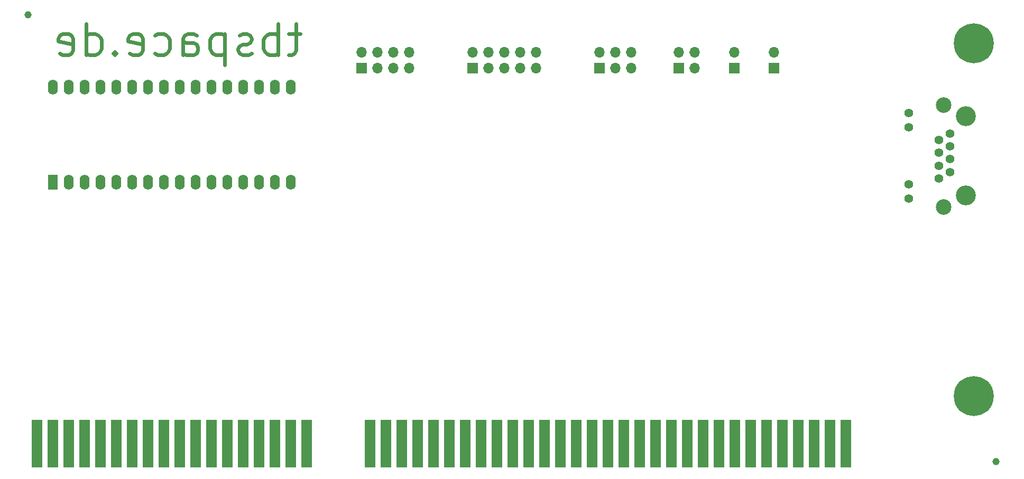
<source format=gbs>
%TF.GenerationSoftware,KiCad,Pcbnew,5.1.7*%
%TF.CreationDate,2020-11-15T02:55:59+01:00*%
%TF.ProjectId,ISA8019,49534138-3031-4392-9e6b-696361645f70,rev?*%
%TF.SameCoordinates,Original*%
%TF.FileFunction,Soldermask,Bot*%
%TF.FilePolarity,Negative*%
%FSLAX46Y46*%
G04 Gerber Fmt 4.6, Leading zero omitted, Abs format (unit mm)*
G04 Created by KiCad (PCBNEW 5.1.7) date 2020-11-15 02:55:59*
%MOMM*%
%LPD*%
G01*
G04 APERTURE LIST*
%ADD10C,0.600000*%
%ADD11R,1.780000X7.620000*%
%ADD12C,1.400000*%
%ADD13C,2.500000*%
%ADD14C,3.200000*%
%ADD15O,1.600000X2.400000*%
%ADD16R,1.600000X2.400000*%
%ADD17C,0.800000*%
%ADD18C,6.400000*%
%ADD19R,1.700000X1.700000*%
%ADD20O,1.700000X1.700000*%
%ADD21C,1.152000*%
G04 APERTURE END LIST*
D10*
X80345357Y-93584571D02*
X78440595Y-93584571D01*
X79631071Y-91917904D02*
X79631071Y-96203619D01*
X79392976Y-96679809D01*
X78916785Y-96917904D01*
X78440595Y-96917904D01*
X76773928Y-96917904D02*
X76773928Y-91917904D01*
X76773928Y-93822666D02*
X76297738Y-93584571D01*
X75345357Y-93584571D01*
X74869166Y-93822666D01*
X74631071Y-94060761D01*
X74392976Y-94536952D01*
X74392976Y-95965523D01*
X74631071Y-96441714D01*
X74869166Y-96679809D01*
X75345357Y-96917904D01*
X76297738Y-96917904D01*
X76773928Y-96679809D01*
X72488214Y-96679809D02*
X72012023Y-96917904D01*
X71059642Y-96917904D01*
X70583452Y-96679809D01*
X70345357Y-96203619D01*
X70345357Y-95965523D01*
X70583452Y-95489333D01*
X71059642Y-95251238D01*
X71773928Y-95251238D01*
X72250119Y-95013142D01*
X72488214Y-94536952D01*
X72488214Y-94298857D01*
X72250119Y-93822666D01*
X71773928Y-93584571D01*
X71059642Y-93584571D01*
X70583452Y-93822666D01*
X68202500Y-93584571D02*
X68202500Y-98584571D01*
X68202500Y-93822666D02*
X67726309Y-93584571D01*
X66773928Y-93584571D01*
X66297738Y-93822666D01*
X66059642Y-94060761D01*
X65821547Y-94536952D01*
X65821547Y-95965523D01*
X66059642Y-96441714D01*
X66297738Y-96679809D01*
X66773928Y-96917904D01*
X67726309Y-96917904D01*
X68202500Y-96679809D01*
X61535833Y-96917904D02*
X61535833Y-94298857D01*
X61773928Y-93822666D01*
X62250119Y-93584571D01*
X63202500Y-93584571D01*
X63678690Y-93822666D01*
X61535833Y-96679809D02*
X62012023Y-96917904D01*
X63202500Y-96917904D01*
X63678690Y-96679809D01*
X63916785Y-96203619D01*
X63916785Y-95727428D01*
X63678690Y-95251238D01*
X63202500Y-95013142D01*
X62012023Y-95013142D01*
X61535833Y-94775047D01*
X57012023Y-96679809D02*
X57488214Y-96917904D01*
X58440595Y-96917904D01*
X58916785Y-96679809D01*
X59154880Y-96441714D01*
X59392976Y-95965523D01*
X59392976Y-94536952D01*
X59154880Y-94060761D01*
X58916785Y-93822666D01*
X58440595Y-93584571D01*
X57488214Y-93584571D01*
X57012023Y-93822666D01*
X52964404Y-96679809D02*
X53440595Y-96917904D01*
X54392976Y-96917904D01*
X54869166Y-96679809D01*
X55107261Y-96203619D01*
X55107261Y-94298857D01*
X54869166Y-93822666D01*
X54392976Y-93584571D01*
X53440595Y-93584571D01*
X52964404Y-93822666D01*
X52726309Y-94298857D01*
X52726309Y-94775047D01*
X55107261Y-95251238D01*
X50583452Y-96441714D02*
X50345357Y-96679809D01*
X50583452Y-96917904D01*
X50821547Y-96679809D01*
X50583452Y-96441714D01*
X50583452Y-96917904D01*
X46059642Y-96917904D02*
X46059642Y-91917904D01*
X46059642Y-96679809D02*
X46535833Y-96917904D01*
X47488214Y-96917904D01*
X47964404Y-96679809D01*
X48202500Y-96441714D01*
X48440595Y-95965523D01*
X48440595Y-94536952D01*
X48202500Y-94060761D01*
X47964404Y-93822666D01*
X47488214Y-93584571D01*
X46535833Y-93584571D01*
X46059642Y-93822666D01*
X41773928Y-96679809D02*
X42250119Y-96917904D01*
X43202500Y-96917904D01*
X43678690Y-96679809D01*
X43916785Y-96203619D01*
X43916785Y-94298857D01*
X43678690Y-93822666D01*
X43202500Y-93584571D01*
X42250119Y-93584571D01*
X41773928Y-93822666D01*
X41535833Y-94298857D01*
X41535833Y-94775047D01*
X43916785Y-95251238D01*
D11*
%TO.C,J1*%
X38160000Y-159300000D03*
X40700000Y-159300000D03*
X43240000Y-159300000D03*
X45780000Y-159300000D03*
X48320000Y-159300000D03*
X50860000Y-159300000D03*
X53400000Y-159300000D03*
X55940000Y-159300000D03*
X58480000Y-159300000D03*
X61020000Y-159300000D03*
X63560000Y-159300000D03*
X66100000Y-159300000D03*
X68640000Y-159300000D03*
X71180000Y-159300000D03*
X73720000Y-159300000D03*
X76260000Y-159300000D03*
X78800000Y-159300000D03*
X81340000Y-159300000D03*
X91500000Y-159300000D03*
X94040000Y-159300000D03*
X96580000Y-159300000D03*
X99120000Y-159300000D03*
X101660000Y-159300000D03*
X104200000Y-159300000D03*
X106740000Y-159300000D03*
X109280000Y-159300000D03*
X111820000Y-159300000D03*
X114360000Y-159300000D03*
X116900000Y-159300000D03*
X119440000Y-159300000D03*
X121980000Y-159300000D03*
X124520000Y-159300000D03*
X127060000Y-159300000D03*
X129600000Y-159300000D03*
X132140000Y-159300000D03*
X134680000Y-159300000D03*
X137220000Y-159300000D03*
X139760000Y-159300000D03*
X142300000Y-159300000D03*
X144840000Y-159300000D03*
X147380000Y-159300000D03*
X149920000Y-159300000D03*
X152460000Y-159300000D03*
X155000000Y-159300000D03*
X157540000Y-159300000D03*
X160080000Y-159300000D03*
X162620000Y-159300000D03*
X165160000Y-159300000D03*
X167700000Y-159300000D03*
%TD*%
D12*
%TO.C,J2*%
X177770000Y-117730000D03*
X177770000Y-120020000D03*
X177770000Y-108590000D03*
X177770000Y-106300000D03*
X182570000Y-116730000D03*
X184350000Y-115710000D03*
X182570000Y-114690000D03*
X184350000Y-113670000D03*
X182570000Y-112650000D03*
X184350000Y-111630000D03*
X182570000Y-110610000D03*
X184350000Y-109590000D03*
D13*
X183330000Y-121360000D03*
X183330000Y-104960000D03*
D14*
X186890000Y-119510000D03*
X186890000Y-106810000D03*
%TD*%
D15*
%TO.C,U3*%
X40700000Y-102150000D03*
X78800000Y-117390000D03*
X43240000Y-102150000D03*
X76260000Y-117390000D03*
X45780000Y-102150000D03*
X73720000Y-117390000D03*
X48320000Y-102150000D03*
X71180000Y-117390000D03*
X50860000Y-102150000D03*
X68640000Y-117390000D03*
X53400000Y-102150000D03*
X66100000Y-117390000D03*
X55940000Y-102150000D03*
X63560000Y-117390000D03*
X58480000Y-102150000D03*
X61020000Y-117390000D03*
X61020000Y-102150000D03*
X58480000Y-117390000D03*
X63560000Y-102150000D03*
X55940000Y-117390000D03*
X66100000Y-102150000D03*
X53400000Y-117390000D03*
X68640000Y-102150000D03*
X50860000Y-117390000D03*
X71180000Y-102150000D03*
X48320000Y-117390000D03*
X73720000Y-102150000D03*
X45780000Y-117390000D03*
X76260000Y-102150000D03*
X43240000Y-117390000D03*
X78800000Y-102150000D03*
D16*
X40700000Y-117390000D03*
%TD*%
D17*
%TO.C,H4*%
X189848056Y-93402944D03*
X188151000Y-92700000D03*
X186453944Y-93402944D03*
X185751000Y-95100000D03*
X186453944Y-96797056D03*
X188151000Y-97500000D03*
X189848056Y-96797056D03*
X190551000Y-95100000D03*
D18*
X188151000Y-95100000D03*
%TD*%
D17*
%TO.C,H3*%
X189848056Y-149917944D03*
X188151000Y-149215000D03*
X186453944Y-149917944D03*
X185751000Y-151615000D03*
X186453944Y-153312056D03*
X188151000Y-154015000D03*
X189848056Y-153312056D03*
X190551000Y-151615000D03*
D18*
X188151000Y-151615000D03*
%TD*%
D19*
%TO.C,J9*%
X128270000Y-99060000D03*
D20*
X128270000Y-96520000D03*
X130810000Y-99060000D03*
X130810000Y-96520000D03*
X133350000Y-99060000D03*
X133350000Y-96520000D03*
%TD*%
D19*
%TO.C,J8*%
X140970000Y-99060000D03*
D20*
X140970000Y-96520000D03*
X143510000Y-99060000D03*
X143510000Y-96520000D03*
%TD*%
D19*
%TO.C,J7*%
X90170000Y-99060000D03*
D20*
X90170000Y-96520000D03*
X92710000Y-99060000D03*
X92710000Y-96520000D03*
X95250000Y-99060000D03*
X95250000Y-96520000D03*
X97790000Y-99060000D03*
X97790000Y-96520000D03*
%TD*%
D19*
%TO.C,J6*%
X107950000Y-99060000D03*
D20*
X107950000Y-96520000D03*
X110490000Y-99060000D03*
X110490000Y-96520000D03*
X113030000Y-99060000D03*
X113030000Y-96520000D03*
X115570000Y-99060000D03*
X115570000Y-96520000D03*
X118110000Y-99060000D03*
X118110000Y-96520000D03*
%TD*%
D19*
%TO.C,J5*%
X156210000Y-99060000D03*
D20*
X156210000Y-96520000D03*
%TD*%
D19*
%TO.C,J4*%
X149860000Y-99060000D03*
D20*
X149860000Y-96520000D03*
%TD*%
D21*
%TO.C,H2*%
X191770000Y-162179000D03*
%TD*%
%TO.C,H1*%
X36703000Y-90551000D03*
%TD*%
M02*

</source>
